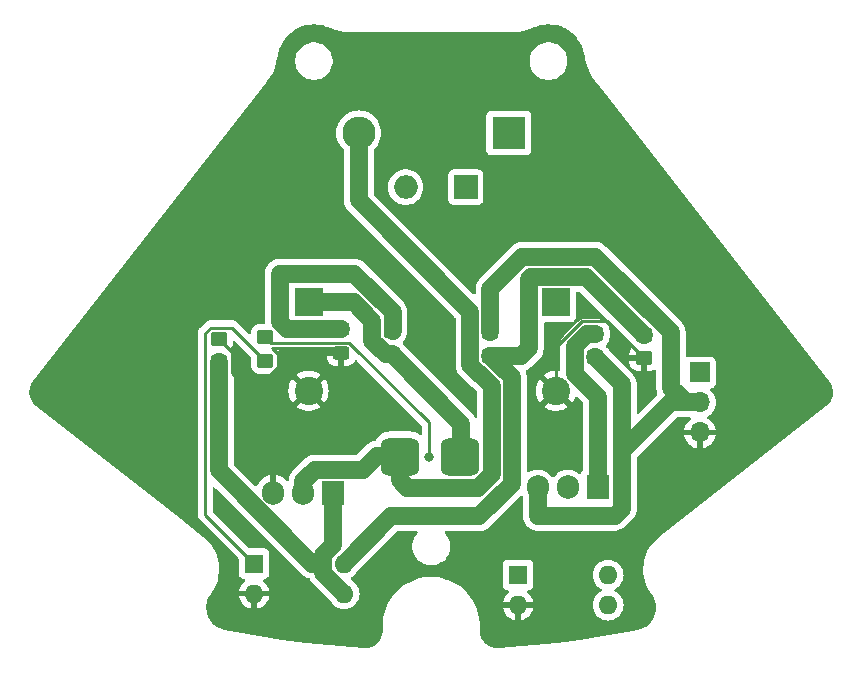
<source format=gbr>
%TF.GenerationSoftware,KiCad,Pcbnew,8.0.0-dirty*%
%TF.CreationDate,2024-03-12T22:31:02-04:00*%
%TF.ProjectId,KickerPCB,4b69636b-6572-4504-9342-2e6b69636164,rev?*%
%TF.SameCoordinates,Original*%
%TF.FileFunction,Copper,L2,Bot*%
%TF.FilePolarity,Positive*%
%FSLAX46Y46*%
G04 Gerber Fmt 4.6, Leading zero omitted, Abs format (unit mm)*
G04 Created by KiCad (PCBNEW 8.0.0-dirty) date 2024-03-12 22:31:02*
%MOMM*%
%LPD*%
G01*
G04 APERTURE LIST*
G04 Aperture macros list*
%AMRoundRect*
0 Rectangle with rounded corners*
0 $1 Rounding radius*
0 $2 $3 $4 $5 $6 $7 $8 $9 X,Y pos of 4 corners*
0 Add a 4 corners polygon primitive as box body*
4,1,4,$2,$3,$4,$5,$6,$7,$8,$9,$2,$3,0*
0 Add four circle primitives for the rounded corners*
1,1,$1+$1,$2,$3*
1,1,$1+$1,$4,$5*
1,1,$1+$1,$6,$7*
1,1,$1+$1,$8,$9*
0 Add four rect primitives between the rounded corners*
20,1,$1+$1,$2,$3,$4,$5,0*
20,1,$1+$1,$4,$5,$6,$7,0*
20,1,$1+$1,$6,$7,$8,$9,0*
20,1,$1+$1,$8,$9,$2,$3,0*%
G04 Aperture macros list end*
%TA.AperFunction,ComponentPad*%
%ADD10R,2.400000X2.400000*%
%TD*%
%TA.AperFunction,ComponentPad*%
%ADD11C,2.400000*%
%TD*%
%TA.AperFunction,ComponentPad*%
%ADD12R,1.600000X1.600000*%
%TD*%
%TA.AperFunction,ComponentPad*%
%ADD13O,1.600000X1.600000*%
%TD*%
%TA.AperFunction,ComponentPad*%
%ADD14R,2.800000X2.800000*%
%TD*%
%TA.AperFunction,ComponentPad*%
%ADD15O,2.800000X2.800000*%
%TD*%
%TA.AperFunction,ComponentPad*%
%ADD16R,1.700000X1.700000*%
%TD*%
%TA.AperFunction,ComponentPad*%
%ADD17O,1.700000X1.700000*%
%TD*%
%TA.AperFunction,ComponentPad*%
%ADD18R,1.905000X2.000000*%
%TD*%
%TA.AperFunction,ComponentPad*%
%ADD19O,1.905000X2.000000*%
%TD*%
%TA.AperFunction,ComponentPad*%
%ADD20R,2.000000X2.000000*%
%TD*%
%TA.AperFunction,ComponentPad*%
%ADD21O,2.000000X2.000000*%
%TD*%
%TA.AperFunction,SMDPad,CuDef*%
%ADD22RoundRect,0.250000X-0.450000X0.350000X-0.450000X-0.350000X0.450000X-0.350000X0.450000X0.350000X0*%
%TD*%
%TA.AperFunction,SMDPad,CuDef*%
%ADD23RoundRect,0.250000X0.450000X-0.325000X0.450000X0.325000X-0.450000X0.325000X-0.450000X-0.325000X0*%
%TD*%
%TA.AperFunction,SMDPad,CuDef*%
%ADD24RoundRect,0.825000X0.825000X0.825000X-0.825000X0.825000X-0.825000X-0.825000X0.825000X-0.825000X0*%
%TD*%
%TA.AperFunction,ViaPad*%
%ADD25C,0.800000*%
%TD*%
%TA.AperFunction,Conductor*%
%ADD26C,0.250000*%
%TD*%
%TA.AperFunction,Conductor*%
%ADD27C,1.500000*%
%TD*%
G04 APERTURE END LIST*
D10*
%TO.P,U14,1*%
%TO.N,Net-(U11-K)*%
X107426407Y-64957108D03*
D11*
%TO.P,U14,2*%
%TO.N,GND*%
X107426407Y-72457108D03*
%TD*%
D12*
%TO.P,U9,1,A*%
%TO.N,Net-(U9-A)*%
X81870000Y-87075000D03*
D13*
%TO.P,U9,2,K*%
%TO.N,GND*%
X81870000Y-89615000D03*
%TO.P,U9,3,R*%
%TO.N,Net-(U10-G)*%
X89490000Y-89615000D03*
%TO.P,U9,4,R*%
%TO.N,12V*%
X89490000Y-87075000D03*
%TD*%
D14*
%TO.P,U11,1,K*%
%TO.N,Net-(U11-K)*%
X103430000Y-50620000D03*
D15*
%TO.P,U11,2,A*%
%TO.N,Net-(U10-S)*%
X90730000Y-50620000D03*
%TD*%
D16*
%TO.P,J1,1,Pin_1*%
%TO.N,Kicker*%
X119610000Y-70900000D03*
D17*
%TO.P,J1,2,Pin_2*%
%TO.N,48V*%
X119610000Y-73440000D03*
%TO.P,J1,3,Pin_3*%
%TO.N,GND*%
X119610000Y-75980000D03*
%TD*%
D18*
%TO.P,U10,1,G*%
%TO.N,Net-(U10-G)*%
X88580000Y-81080000D03*
D19*
%TO.P,U10,2,S*%
%TO.N,Net-(U10-S)*%
X86040000Y-81080000D03*
%TO.P,U10,3,D*%
%TO.N,GND*%
X83500000Y-81080000D03*
%TD*%
D20*
%TO.P,R1,1*%
%TO.N,Net-(U11-K)*%
X99780000Y-55215000D03*
D21*
%TO.P,R1,2*%
%TO.N,Net-(U3-D)*%
X94700000Y-55215000D03*
%TD*%
D18*
%TO.P,U3,1,G*%
%TO.N,Net-(U3-G)*%
X110960000Y-80625000D03*
D19*
%TO.P,U3,2,D*%
%TO.N,Net-(U3-D)*%
X108420000Y-80625000D03*
%TO.P,U3,3,S*%
%TO.N,48V*%
X105880000Y-80625000D03*
%TD*%
D12*
%TO.P,U4,1,A*%
%TO.N,Net-(U4-A)*%
X104220000Y-88055000D03*
D13*
%TO.P,U4,2,K*%
%TO.N,GND*%
X104220000Y-90595000D03*
%TO.P,U4,3,R*%
%TO.N,Net-(U3-G)*%
X111840000Y-90595000D03*
%TO.P,U4,4,R*%
%TO.N,48V*%
X111840000Y-88055000D03*
%TD*%
D10*
%TO.P,U6,1*%
%TO.N,Net-(U11-K)*%
X86476407Y-64944888D03*
D11*
%TO.P,U6,2*%
%TO.N,GND*%
X86476407Y-72444888D03*
%TD*%
D22*
%TO.P,R2,1*%
%TO.N,48V*%
X101880000Y-67490000D03*
%TO.P,R2,2*%
%TO.N,12V*%
X101880000Y-69490000D03*
%TD*%
D23*
%TO.P,D1,1,K*%
%TO.N,GND*%
X89240000Y-69270000D03*
%TO.P,D1,2,A*%
%TO.N,Net-(D1-A)*%
X89240000Y-67220000D03*
%TD*%
D22*
%TO.P,U1,1*%
%TO.N,Net-(U3-G)*%
X110740000Y-67620000D03*
%TO.P,U1,2*%
%TO.N,48V*%
X110740000Y-69620000D03*
%TD*%
%TO.P,R3,1*%
%TO.N,12V*%
X114850000Y-67690000D03*
%TO.P,R3,2*%
%TO.N,GND*%
X114850000Y-69690000D03*
%TD*%
%TO.P,U12,1*%
%TO.N,GND*%
X78880000Y-68030000D03*
%TO.P,U12,2*%
%TO.N,Net-(U10-G)*%
X78880000Y-70030000D03*
%TD*%
%TO.P,U8,1*%
%TO.N,Kicker*%
X82820000Y-67900000D03*
%TO.P,U8,2*%
%TO.N,Net-(U9-A)*%
X82820000Y-69900000D03*
%TD*%
%TO.P,U7,1*%
%TO.N,Net-(D1-A)*%
X93540000Y-67360000D03*
%TO.P,U7,2*%
%TO.N,Net-(U11-K)*%
X93540000Y-69360000D03*
%TD*%
D24*
%TO.P,U13,1,Pin_1*%
%TO.N,Net-(U11-K)*%
X99280000Y-78040000D03*
%TO.P,U13,2,Pin_2*%
%TO.N,Net-(U10-S)*%
X94200000Y-78040000D03*
%TD*%
D25*
%TO.N,Kicker*%
X96700000Y-78020000D03*
%TD*%
D26*
%TO.N,GND*%
X83375050Y-70965050D02*
X82785100Y-71555000D01*
X107426407Y-68713313D02*
X109594720Y-66545000D01*
X79975000Y-69125000D02*
X78880000Y-68030000D01*
X109594720Y-66545000D02*
X111705000Y-66545000D01*
X111705000Y-66545000D02*
X114850000Y-69690000D01*
X80604720Y-71555000D02*
X79975000Y-70925280D01*
X89240000Y-69270000D02*
X88794999Y-68824999D01*
X84996569Y-70965050D02*
X83375050Y-70965050D01*
X79975000Y-70925280D02*
X79975000Y-69125000D01*
X83365099Y-68824999D02*
X83895001Y-69354901D01*
X83895001Y-69354901D02*
X83895001Y-70445099D01*
X82785100Y-71555000D02*
X80604720Y-71555000D01*
X107426407Y-72457108D02*
X107426407Y-68713313D01*
X86476407Y-72444888D02*
X84996569Y-70965050D01*
X83895001Y-70445099D02*
X83375050Y-70965050D01*
X88794999Y-68824999D02*
X83365099Y-68824999D01*
D27*
%TO.N,Net-(D1-A)*%
X93590000Y-65801853D02*
X93590000Y-67360000D01*
X84030000Y-62540000D02*
X90328148Y-62540000D01*
X84643984Y-67220000D02*
X84030000Y-66606016D01*
X84030000Y-66606016D02*
X84030000Y-62540000D01*
X89240000Y-67220000D02*
X84643984Y-67220000D01*
X90328148Y-62540000D02*
X93590000Y-65801853D01*
%TO.N,Net-(U11-K)*%
X86476407Y-64944888D02*
X90328872Y-64944888D01*
X99406407Y-77913593D02*
X99406407Y-75226407D01*
X93036016Y-69360000D02*
X93540000Y-69360000D01*
X91890000Y-66506016D02*
X91890000Y-68213984D01*
X90328872Y-64944888D02*
X91890000Y-66506016D01*
X99406407Y-75226407D02*
X93540000Y-69360000D01*
X99280000Y-78040000D02*
X99406407Y-77913593D01*
X91890000Y-68213984D02*
X93036016Y-69360000D01*
%TO.N,48V*%
X113020000Y-77580000D02*
X113020000Y-71900000D01*
X113020000Y-71900000D02*
X110740000Y-69620000D01*
X113020000Y-82417500D02*
X113020000Y-77580000D01*
X117160000Y-72192081D02*
X118407919Y-73440000D01*
X117160000Y-73440000D02*
X119610000Y-73440000D01*
X113020000Y-77580000D02*
X117160000Y-73440000D01*
X105880000Y-83030000D02*
X112407500Y-83030000D01*
X112407500Y-83030000D02*
X113020000Y-82417500D01*
X105880000Y-80625000D02*
X105880000Y-83030000D01*
X110771092Y-61107108D02*
X117160000Y-67496016D01*
X117160000Y-67496016D02*
X117160000Y-72192081D01*
X104572244Y-61107108D02*
X110771092Y-61107108D01*
X101880000Y-67490000D02*
X101880000Y-63799351D01*
X101880000Y-63799351D02*
X104572244Y-61107108D01*
X118407919Y-73440000D02*
X119610000Y-73440000D01*
%TO.N,12V*%
X105276407Y-62807108D02*
X105140000Y-62943515D01*
X103706407Y-80313593D02*
X100950000Y-83070000D01*
X105140000Y-62943515D02*
X105140000Y-68820000D01*
X93495000Y-83070000D02*
X89490000Y-87075000D01*
X114850000Y-67690000D02*
X109967108Y-62807108D01*
X101880000Y-69490000D02*
X103706407Y-71316407D01*
X104470000Y-69490000D02*
X101880000Y-69490000D01*
X103706407Y-71316407D02*
X103706407Y-80313593D01*
X105140000Y-68820000D02*
X104470000Y-69490000D01*
X109967108Y-62807108D02*
X105276407Y-62807108D01*
X100950000Y-83070000D02*
X93495000Y-83070000D01*
%TO.N,Net-(U3-G)*%
X110040000Y-67620000D02*
X109040000Y-68620000D01*
X110740000Y-67620000D02*
X110040000Y-67620000D01*
X110960000Y-72950141D02*
X110960000Y-80625000D01*
X109040000Y-68620000D02*
X109040000Y-71030141D01*
X109040000Y-71030141D02*
X110960000Y-72950141D01*
D26*
%TO.N,Kicker*%
X96700000Y-78020000D02*
X96700000Y-78000000D01*
X89935100Y-68370000D02*
X96700000Y-75134900D01*
X96700000Y-75134900D02*
X96700000Y-78020000D01*
X82820000Y-67900000D02*
X83290000Y-68370000D01*
X83290000Y-68370000D02*
X89935100Y-68370000D01*
%TO.N,Net-(U9-A)*%
X80025000Y-67105000D02*
X78184900Y-67105000D01*
X78184900Y-67105000D02*
X77730000Y-67559900D01*
X82820000Y-69900000D02*
X80025000Y-67105000D01*
X77730000Y-82935000D02*
X81870000Y-87075000D01*
X77730000Y-67559900D02*
X77730000Y-82935000D01*
D27*
%TO.N,Net-(U10-G)*%
X88580000Y-81080000D02*
X88580000Y-85510126D01*
X86761959Y-87080000D02*
X78880000Y-79198041D01*
X78880000Y-79198041D02*
X78880000Y-70030000D01*
X87740000Y-87865000D02*
X89490000Y-89615000D01*
X87740000Y-87080000D02*
X86761959Y-87080000D01*
X87740000Y-87080000D02*
X87740000Y-87865000D01*
X88580000Y-85510126D02*
X87740000Y-86350126D01*
X87740000Y-86350126D02*
X87740000Y-87080000D01*
%TO.N,Net-(U10-S)*%
X94825519Y-80640000D02*
X100847110Y-80640000D01*
X91070000Y-79130000D02*
X92260000Y-77940000D01*
X92260000Y-77940000D02*
X94100000Y-77940000D01*
X86040000Y-81080000D02*
X86040000Y-80097500D01*
X100847110Y-80640000D02*
X102006407Y-79480703D01*
X100180000Y-70293984D02*
X100180000Y-65770000D01*
X90730000Y-56320000D02*
X90730000Y-50620000D01*
X102006407Y-72020571D02*
X101025836Y-71040000D01*
X94100000Y-77940000D02*
X94200000Y-78040000D01*
X100180000Y-65770000D02*
X90730000Y-56320000D01*
X102006407Y-79480703D02*
X102006407Y-72020571D01*
X101025836Y-71040000D02*
X100926016Y-71040000D01*
X94200000Y-80014481D02*
X94825519Y-80640000D01*
X86040000Y-80097500D02*
X87007500Y-79130000D01*
X100926016Y-71040000D02*
X100180000Y-70293984D01*
X87007500Y-79130000D02*
X91070000Y-79130000D01*
X94200000Y-78040000D02*
X94200000Y-80014481D01*
%TD*%
%TA.AperFunction,Conductor*%
%TO.N,GND*%
G36*
X80285201Y-68250237D02*
G01*
X80291680Y-68256270D01*
X81583181Y-69547771D01*
X81616666Y-69609094D01*
X81619500Y-69635452D01*
X81619500Y-70300001D01*
X81619501Y-70300019D01*
X81630000Y-70402796D01*
X81630001Y-70402799D01*
X81643596Y-70443825D01*
X81685186Y-70569334D01*
X81777288Y-70718656D01*
X81901344Y-70842712D01*
X82050666Y-70934814D01*
X82217203Y-70989999D01*
X82319991Y-71000500D01*
X83320008Y-71000499D01*
X83320016Y-71000498D01*
X83320019Y-71000498D01*
X83376302Y-70994748D01*
X83422797Y-70989999D01*
X83589334Y-70934814D01*
X83738656Y-70842712D01*
X83862712Y-70718656D01*
X83954814Y-70569334D01*
X84009999Y-70402797D01*
X84020500Y-70300009D01*
X84020499Y-69520000D01*
X88040001Y-69520000D01*
X88040001Y-69644986D01*
X88050494Y-69747697D01*
X88105641Y-69914119D01*
X88105643Y-69914124D01*
X88197684Y-70063345D01*
X88321654Y-70187315D01*
X88470875Y-70279356D01*
X88470880Y-70279358D01*
X88637302Y-70334505D01*
X88637309Y-70334506D01*
X88740019Y-70344999D01*
X88989999Y-70344999D01*
X88990000Y-70344998D01*
X88990000Y-69520000D01*
X88040001Y-69520000D01*
X84020499Y-69520000D01*
X84020499Y-69499992D01*
X84019880Y-69493937D01*
X84009999Y-69397203D01*
X84009998Y-69397200D01*
X83977799Y-69300030D01*
X83954814Y-69230666D01*
X83926397Y-69184595D01*
X83907958Y-69117204D01*
X83928881Y-69050541D01*
X83982523Y-69005771D01*
X84031937Y-68995500D01*
X87964138Y-68995500D01*
X88031177Y-69015185D01*
X88037152Y-69020000D01*
X89366000Y-69020000D01*
X89433039Y-69039685D01*
X89478794Y-69092489D01*
X89490000Y-69144000D01*
X89490000Y-70344999D01*
X89739972Y-70344999D01*
X89739986Y-70344998D01*
X89842697Y-70334505D01*
X90009119Y-70279358D01*
X90009124Y-70279356D01*
X90158345Y-70187315D01*
X90282317Y-70063343D01*
X90376062Y-69911357D01*
X90428009Y-69864632D01*
X90496972Y-69853409D01*
X90561054Y-69881252D01*
X90569282Y-69888772D01*
X96038181Y-75357671D01*
X96071666Y-75418994D01*
X96074500Y-75445352D01*
X96074500Y-76093530D01*
X96054815Y-76160569D01*
X96002011Y-76206324D01*
X95932853Y-76216268D01*
X95879376Y-76195105D01*
X95690282Y-76062699D01*
X95480079Y-75964680D01*
X95480076Y-75964679D01*
X95480074Y-75964678D01*
X95256051Y-75904651D01*
X95256044Y-75904650D01*
X95082873Y-75889500D01*
X93317130Y-75889500D01*
X93317126Y-75889501D01*
X93178586Y-75901621D01*
X93143950Y-75904651D01*
X92919925Y-75964678D01*
X92919919Y-75964681D01*
X92709718Y-76062699D01*
X92519730Y-76195730D01*
X92355730Y-76359730D01*
X92222696Y-76549722D01*
X92222695Y-76549723D01*
X92185055Y-76630441D01*
X92138882Y-76682880D01*
X92092073Y-76700508D01*
X91967172Y-76720291D01*
X91779969Y-76781117D01*
X91604594Y-76870476D01*
X91513741Y-76936485D01*
X91445354Y-76986172D01*
X91445352Y-76986174D01*
X91445351Y-76986174D01*
X90588345Y-77843181D01*
X90527022Y-77876666D01*
X90500664Y-77879500D01*
X86909078Y-77879500D01*
X86714673Y-77910290D01*
X86527469Y-77971117D01*
X86352094Y-78060476D01*
X86261242Y-78126484D01*
X86192855Y-78176171D01*
X86192853Y-78176173D01*
X86192852Y-78176173D01*
X85086174Y-79282851D01*
X85086174Y-79282852D01*
X85086172Y-79282854D01*
X85036485Y-79351241D01*
X84970476Y-79442094D01*
X84881117Y-79617469D01*
X84861428Y-79678068D01*
X84820291Y-79804672D01*
X84790820Y-79990739D01*
X84760890Y-80053873D01*
X84701579Y-80090804D01*
X84631716Y-80089806D01*
X84580666Y-80059021D01*
X84446242Y-79924597D01*
X84261276Y-79790211D01*
X84057568Y-79686417D01*
X83840124Y-79615765D01*
X83750000Y-79601490D01*
X83750000Y-80589252D01*
X83712292Y-80567482D01*
X83572409Y-80530000D01*
X83427591Y-80530000D01*
X83287708Y-80567482D01*
X83250000Y-80589252D01*
X83250000Y-79601490D01*
X83249999Y-79601490D01*
X83159875Y-79615765D01*
X82942431Y-79686417D01*
X82738723Y-79790211D01*
X82553757Y-79924597D01*
X82392097Y-80086257D01*
X82257711Y-80271223D01*
X82154254Y-80474269D01*
X82106279Y-80525065D01*
X82038458Y-80541860D01*
X81972323Y-80519322D01*
X81956088Y-80505655D01*
X80166819Y-78716386D01*
X80133334Y-78655063D01*
X80130500Y-78628705D01*
X80130500Y-72444892D01*
X84771640Y-72444892D01*
X84790680Y-72698967D01*
X84847375Y-72947365D01*
X84847380Y-72947382D01*
X84940465Y-73184559D01*
X84940464Y-73184559D01*
X85067861Y-73405215D01*
X85067868Y-73405226D01*
X85109859Y-73457879D01*
X85109860Y-73457880D01*
X85911794Y-72655946D01*
X85917296Y-72676479D01*
X85996288Y-72813296D01*
X86107999Y-72925007D01*
X86244816Y-73003999D01*
X86265347Y-73009500D01*
X85463220Y-73811626D01*
X85624023Y-73921259D01*
X85624031Y-73921264D01*
X85853583Y-74031809D01*
X85853581Y-74031809D01*
X86097059Y-74106912D01*
X86097065Y-74106914D01*
X86349002Y-74144887D01*
X86349011Y-74144888D01*
X86603803Y-74144888D01*
X86603811Y-74144887D01*
X86855748Y-74106914D01*
X86855754Y-74106912D01*
X87099231Y-74031809D01*
X87328783Y-73921264D01*
X87328784Y-73921263D01*
X87489592Y-73811626D01*
X86687467Y-73009500D01*
X86707998Y-73003999D01*
X86844815Y-72925007D01*
X86956526Y-72813296D01*
X87035518Y-72676479D01*
X87041019Y-72655947D01*
X87842952Y-73457880D01*
X87842953Y-73457879D01*
X87884951Y-73405218D01*
X88012348Y-73184559D01*
X88105433Y-72947382D01*
X88105438Y-72947365D01*
X88162133Y-72698967D01*
X88181174Y-72444892D01*
X88181174Y-72444883D01*
X88162133Y-72190808D01*
X88105438Y-71942410D01*
X88105433Y-71942393D01*
X88012348Y-71705216D01*
X88012349Y-71705216D01*
X87884952Y-71484560D01*
X87842952Y-71431894D01*
X87041019Y-72233827D01*
X87035518Y-72213297D01*
X86956526Y-72076480D01*
X86844815Y-71964769D01*
X86707998Y-71885777D01*
X86687466Y-71880275D01*
X87489592Y-71078148D01*
X87328791Y-70968516D01*
X87328783Y-70968511D01*
X87099230Y-70857966D01*
X87099232Y-70857966D01*
X86855754Y-70782863D01*
X86855748Y-70782861D01*
X86603811Y-70744888D01*
X86349002Y-70744888D01*
X86097065Y-70782861D01*
X86097059Y-70782863D01*
X85853582Y-70857966D01*
X85624029Y-70968513D01*
X85624016Y-70968520D01*
X85463220Y-71078147D01*
X86265348Y-71880275D01*
X86244816Y-71885777D01*
X86107999Y-71964769D01*
X85996288Y-72076480D01*
X85917296Y-72213297D01*
X85911794Y-72233829D01*
X85109859Y-71431894D01*
X85067864Y-71484555D01*
X84940465Y-71705216D01*
X84847380Y-71942393D01*
X84847375Y-71942410D01*
X84790680Y-72190808D01*
X84771640Y-72444883D01*
X84771640Y-72444892D01*
X80130500Y-72444892D01*
X80130500Y-69931577D01*
X80099709Y-69737173D01*
X80086568Y-69696730D01*
X80080499Y-69658411D01*
X80080499Y-69629998D01*
X80080498Y-69629981D01*
X80069999Y-69527203D01*
X80069998Y-69527200D01*
X80050242Y-69467581D01*
X80014814Y-69360666D01*
X79922712Y-69211344D01*
X79828695Y-69117327D01*
X79795210Y-69056004D01*
X79800194Y-68986312D01*
X79828695Y-68941964D01*
X79922317Y-68848342D01*
X80014356Y-68699124D01*
X80014358Y-68699119D01*
X80069505Y-68532697D01*
X80069506Y-68532690D01*
X80079999Y-68429986D01*
X80079999Y-68343952D01*
X80099683Y-68276913D01*
X80152486Y-68231157D01*
X80221645Y-68221213D01*
X80285201Y-68250237D01*
G37*
%TD.AperFunction*%
%TA.AperFunction,Conductor*%
G36*
X109464811Y-64077293D02*
G01*
X109485453Y-64093927D01*
X113676724Y-68285198D01*
X113706748Y-68333872D01*
X113715185Y-68359332D01*
X113715186Y-68359334D01*
X113758764Y-68429986D01*
X113807289Y-68508657D01*
X113901304Y-68602672D01*
X113934789Y-68663995D01*
X113929805Y-68733687D01*
X113901305Y-68778034D01*
X113807682Y-68871657D01*
X113715643Y-69020875D01*
X113715641Y-69020880D01*
X113660494Y-69187302D01*
X113660493Y-69187309D01*
X113650000Y-69290013D01*
X113650000Y-69440000D01*
X114976000Y-69440000D01*
X115043039Y-69459685D01*
X115088794Y-69512489D01*
X115100000Y-69564000D01*
X115100000Y-70789999D01*
X115349972Y-70789999D01*
X115349986Y-70789998D01*
X115452697Y-70779505D01*
X115619119Y-70724358D01*
X115619130Y-70724353D01*
X115720403Y-70661887D01*
X115787795Y-70643446D01*
X115854459Y-70664368D01*
X115899228Y-70718010D01*
X115909500Y-70767425D01*
X115909500Y-72290503D01*
X115940291Y-72484908D01*
X115940291Y-72484911D01*
X116001114Y-72672104D01*
X116013649Y-72696706D01*
X116026544Y-72765376D01*
X116000266Y-72830116D01*
X115990844Y-72840680D01*
X114482181Y-74349344D01*
X114420858Y-74382829D01*
X114351166Y-74377845D01*
X114295233Y-74335973D01*
X114270816Y-74270509D01*
X114270500Y-74261663D01*
X114270500Y-71801577D01*
X114239709Y-71607173D01*
X114211393Y-71520027D01*
X114211393Y-71520026D01*
X114178884Y-71419974D01*
X114178882Y-71419971D01*
X114178882Y-71419969D01*
X114131742Y-71327454D01*
X114089524Y-71244595D01*
X113973828Y-71085354D01*
X112828474Y-69940000D01*
X113650001Y-69940000D01*
X113650001Y-70089986D01*
X113660494Y-70192697D01*
X113715641Y-70359119D01*
X113715643Y-70359124D01*
X113807684Y-70508345D01*
X113931654Y-70632315D01*
X114080875Y-70724356D01*
X114080880Y-70724358D01*
X114247302Y-70779505D01*
X114247309Y-70779506D01*
X114350019Y-70789999D01*
X114599999Y-70789999D01*
X114600000Y-70789998D01*
X114600000Y-69940000D01*
X113650001Y-69940000D01*
X112828474Y-69940000D01*
X111913274Y-69024800D01*
X111883248Y-68976119D01*
X111874815Y-68950669D01*
X111874814Y-68950668D01*
X111874814Y-68950666D01*
X111782712Y-68801344D01*
X111689049Y-68707681D01*
X111655564Y-68646358D01*
X111660548Y-68576666D01*
X111689049Y-68532319D01*
X111712712Y-68508656D01*
X111782712Y-68438656D01*
X111874814Y-68289334D01*
X111929999Y-68122797D01*
X111940500Y-68020009D01*
X111940499Y-67991584D01*
X111946567Y-67953267D01*
X111959709Y-67912826D01*
X111980300Y-67782820D01*
X111990500Y-67718422D01*
X111990500Y-67521577D01*
X111959709Y-67327173D01*
X111946568Y-67286730D01*
X111940499Y-67248411D01*
X111940499Y-67219998D01*
X111940498Y-67219981D01*
X111929999Y-67117202D01*
X111929998Y-67117200D01*
X111899111Y-67023990D01*
X111874814Y-66950666D01*
X111782712Y-66801344D01*
X111658656Y-66677288D01*
X111509334Y-66585186D01*
X111509333Y-66585185D01*
X111509332Y-66585185D01*
X111405224Y-66550687D01*
X111387242Y-66544728D01*
X111369960Y-66537511D01*
X111303282Y-66503537D01*
X111220029Y-66461117D01*
X111032826Y-66400290D01*
X110838422Y-66369500D01*
X110838417Y-66369500D01*
X109941583Y-66369500D01*
X109941578Y-66369500D01*
X109752572Y-66399436D01*
X109752553Y-66399439D01*
X109747180Y-66400290D01*
X109747174Y-66400291D01*
X109559972Y-66461117D01*
X109384594Y-66550476D01*
X109293742Y-66616484D01*
X109225355Y-66666171D01*
X109225353Y-66666173D01*
X109225352Y-66666173D01*
X108086174Y-67805351D01*
X108086174Y-67805352D01*
X108086172Y-67805354D01*
X108076265Y-67818990D01*
X107970476Y-67964594D01*
X107881117Y-68139971D01*
X107832586Y-68289334D01*
X107832585Y-68289336D01*
X107820292Y-68327166D01*
X107820291Y-68327172D01*
X107789500Y-68521577D01*
X107789500Y-70648542D01*
X107769815Y-70715581D01*
X107717011Y-70761336D01*
X107647853Y-70771280D01*
X107647019Y-70771157D01*
X107553811Y-70757108D01*
X107299002Y-70757108D01*
X107047065Y-70795081D01*
X107047059Y-70795083D01*
X106803582Y-70870186D01*
X106574029Y-70980733D01*
X106574016Y-70980740D01*
X106413220Y-71090367D01*
X107215347Y-71892495D01*
X107194816Y-71897997D01*
X107057999Y-71976989D01*
X106946288Y-72088700D01*
X106867296Y-72225517D01*
X106861794Y-72246049D01*
X106059859Y-71444114D01*
X106017864Y-71496775D01*
X105890465Y-71717436D01*
X105797380Y-71954613D01*
X105797375Y-71954630D01*
X105740680Y-72203028D01*
X105721640Y-72457103D01*
X105721640Y-72457112D01*
X105740680Y-72711187D01*
X105797375Y-72959585D01*
X105797380Y-72959602D01*
X105890465Y-73196779D01*
X105890464Y-73196779D01*
X106017861Y-73417435D01*
X106017868Y-73417446D01*
X106059859Y-73470099D01*
X106059860Y-73470100D01*
X106861794Y-72668166D01*
X106867296Y-72688699D01*
X106946288Y-72825516D01*
X107057999Y-72937227D01*
X107194816Y-73016219D01*
X107215347Y-73021720D01*
X106413220Y-73823846D01*
X106574023Y-73933479D01*
X106574031Y-73933484D01*
X106803583Y-74044029D01*
X106803581Y-74044029D01*
X107047059Y-74119132D01*
X107047065Y-74119134D01*
X107299002Y-74157107D01*
X107299011Y-74157108D01*
X107553803Y-74157108D01*
X107553811Y-74157107D01*
X107805748Y-74119134D01*
X107805754Y-74119132D01*
X108049231Y-74044029D01*
X108278783Y-73933484D01*
X108278784Y-73933483D01*
X108439592Y-73823846D01*
X107637467Y-73021720D01*
X107657998Y-73016219D01*
X107794815Y-72937227D01*
X107906526Y-72825516D01*
X107985518Y-72688699D01*
X107991019Y-72668167D01*
X108792952Y-73470100D01*
X108792953Y-73470099D01*
X108834951Y-73417438D01*
X108962348Y-73196779D01*
X109027267Y-73031370D01*
X109070083Y-72976156D01*
X109135953Y-72952855D01*
X109203963Y-72968866D01*
X109230376Y-72988991D01*
X109673181Y-73431796D01*
X109706666Y-73493119D01*
X109709500Y-73519477D01*
X109709500Y-79160808D01*
X109689815Y-79227847D01*
X109659815Y-79260072D01*
X109649952Y-79267455D01*
X109563706Y-79382664D01*
X109563703Y-79382670D01*
X109553308Y-79410541D01*
X109511436Y-79466474D01*
X109445972Y-79490891D01*
X109377699Y-79476039D01*
X109364250Y-79467531D01*
X109181538Y-79334783D01*
X109152680Y-79320079D01*
X108977755Y-79230950D01*
X108760248Y-79160278D01*
X108590826Y-79133444D01*
X108534354Y-79124500D01*
X108305646Y-79124500D01*
X108230349Y-79136426D01*
X108079753Y-79160278D01*
X108079750Y-79160278D01*
X107862244Y-79230950D01*
X107658461Y-79334783D01*
X107554190Y-79410541D01*
X107473434Y-79469214D01*
X107473432Y-79469216D01*
X107473431Y-79469216D01*
X107311715Y-79630932D01*
X107250318Y-79715438D01*
X107194987Y-79758103D01*
X107125374Y-79764082D01*
X107063579Y-79731476D01*
X107049682Y-79715438D01*
X107007243Y-79657026D01*
X106988286Y-79630934D01*
X106826566Y-79469214D01*
X106641538Y-79334783D01*
X106612680Y-79320079D01*
X106437755Y-79230950D01*
X106220248Y-79160278D01*
X106050826Y-79133444D01*
X105994354Y-79124500D01*
X105765646Y-79124500D01*
X105690349Y-79136426D01*
X105539753Y-79160278D01*
X105539750Y-79160278D01*
X105322244Y-79230950D01*
X105137202Y-79325234D01*
X105068532Y-79338130D01*
X105003792Y-79311853D01*
X104963535Y-79254747D01*
X104956907Y-79214749D01*
X104956907Y-71217984D01*
X104926116Y-71023580D01*
X104896270Y-70931724D01*
X104865291Y-70836382D01*
X104865289Y-70836379D01*
X104865289Y-70836377D01*
X104861274Y-70828498D01*
X104848378Y-70759829D01*
X104874654Y-70695089D01*
X104931760Y-70654831D01*
X104933346Y-70654303D01*
X104950026Y-70648884D01*
X105125405Y-70559524D01*
X105284646Y-70443828D01*
X106093828Y-69634646D01*
X106209524Y-69475405D01*
X106298884Y-69300026D01*
X106359709Y-69112826D01*
X106369574Y-69050541D01*
X106390500Y-68918422D01*
X106390500Y-66781607D01*
X106410185Y-66714568D01*
X106462989Y-66668813D01*
X106514500Y-66657607D01*
X108674278Y-66657607D01*
X108674279Y-66657607D01*
X108733890Y-66651199D01*
X108868738Y-66600904D01*
X108983953Y-66514654D01*
X109070203Y-66399439D01*
X109120498Y-66264591D01*
X109126907Y-66204981D01*
X109126906Y-64181607D01*
X109146591Y-64114569D01*
X109199394Y-64068814D01*
X109250906Y-64057608D01*
X109397772Y-64057608D01*
X109464811Y-64077293D01*
G37*
%TD.AperFunction*%
%TA.AperFunction,Conductor*%
G36*
X107125561Y-41446766D02*
G01*
X107139617Y-41448303D01*
X107475300Y-41504569D01*
X107489112Y-41507705D01*
X107816168Y-41601895D01*
X107829533Y-41606587D01*
X108143712Y-41737474D01*
X108156443Y-41743653D01*
X108453652Y-41909536D01*
X108465600Y-41917132D01*
X108741925Y-42115825D01*
X108752929Y-42124732D01*
X109004804Y-42353671D01*
X109014712Y-42363770D01*
X109238811Y-42619932D01*
X109247514Y-42631110D01*
X109440928Y-42911168D01*
X109448294Y-42923259D01*
X109474922Y-42973171D01*
X109608493Y-43223550D01*
X109614437Y-43236412D01*
X109739329Y-43553013D01*
X109743767Y-43566469D01*
X109831948Y-43896081D01*
X109834560Y-43908268D01*
X109836160Y-43918129D01*
X109861897Y-44076751D01*
X109861957Y-44077124D01*
X109895753Y-44289523D01*
X109895757Y-44289543D01*
X109995127Y-44708111D01*
X110130091Y-45116596D01*
X110299645Y-45511962D01*
X110299646Y-45511964D01*
X110502540Y-45891295D01*
X110502551Y-45891314D01*
X110737295Y-46251824D01*
X110737299Y-46251829D01*
X110867950Y-46422761D01*
X130569796Y-71639974D01*
X130571194Y-71641798D01*
X130636194Y-71728250D01*
X130645532Y-71742646D01*
X130676143Y-71797864D01*
X130750941Y-71932788D01*
X130759011Y-71950495D01*
X130832978Y-72153696D01*
X130838179Y-72172447D01*
X130879446Y-72384719D01*
X130881649Y-72404053D01*
X130889199Y-72620160D01*
X130888351Y-72639601D01*
X130861996Y-72854242D01*
X130858116Y-72873309D01*
X130798511Y-73081174D01*
X130791696Y-73099402D01*
X130700303Y-73295386D01*
X130690721Y-73312322D01*
X130569793Y-73491595D01*
X130557679Y-73506823D01*
X130409413Y-73665807D01*
X130409412Y-73665808D01*
X130396858Y-73677526D01*
X130312863Y-73745682D01*
X130311074Y-73747106D01*
X116171003Y-84794540D01*
X116029672Y-84907858D01*
X115768826Y-85159121D01*
X115768811Y-85159137D01*
X115535299Y-85436008D01*
X115535286Y-85436026D01*
X115331625Y-85735524D01*
X115331608Y-85735552D01*
X115159970Y-86054476D01*
X115022169Y-86389468D01*
X114919713Y-86736862D01*
X114919711Y-86736870D01*
X114853678Y-87093005D01*
X114853677Y-87093011D01*
X114824779Y-87454067D01*
X114833324Y-87816164D01*
X114833324Y-87816174D01*
X114879219Y-88175444D01*
X114879223Y-88175466D01*
X114961980Y-88528083D01*
X114961985Y-88528100D01*
X115080709Y-88870264D01*
X115080717Y-88870282D01*
X115234157Y-89198381D01*
X115234158Y-89198383D01*
X115420658Y-89508874D01*
X115420659Y-89508875D01*
X115420663Y-89508881D01*
X115527529Y-89654891D01*
X115527766Y-89655217D01*
X115603766Y-89760131D01*
X115612148Y-89773393D01*
X115736118Y-90000149D01*
X115743529Y-90016383D01*
X115760313Y-90061488D01*
X115833273Y-90257564D01*
X115838278Y-90274699D01*
X115892462Y-90526264D01*
X115894955Y-90543940D01*
X115912456Y-90800681D01*
X115912385Y-90818531D01*
X115892841Y-91075125D01*
X115890207Y-91092782D01*
X115834022Y-91343906D01*
X115828881Y-91361000D01*
X115737221Y-91601457D01*
X115729679Y-91617636D01*
X115604440Y-91842444D01*
X115594652Y-91857373D01*
X115438434Y-92061864D01*
X115426605Y-92075232D01*
X115242639Y-92255179D01*
X115229012Y-92266710D01*
X115021126Y-92418370D01*
X115005985Y-92427826D01*
X114778464Y-92548071D01*
X114762122Y-92555254D01*
X114518684Y-92641943D01*
X114503588Y-92646264D01*
X114378045Y-92673730D01*
X114375601Y-92674239D01*
X113403083Y-92866577D01*
X113400701Y-92867024D01*
X111446227Y-93214014D01*
X111443495Y-93214467D01*
X109482012Y-93517688D01*
X109479271Y-93518081D01*
X107511420Y-93777436D01*
X107508670Y-93777767D01*
X105535577Y-93993108D01*
X105532821Y-93993378D01*
X103555178Y-94164626D01*
X103552762Y-94164811D01*
X102563804Y-94231000D01*
X102560990Y-94231156D01*
X102448721Y-94236111D01*
X102430944Y-94235619D01*
X102205768Y-94213154D01*
X102185850Y-94209506D01*
X101968527Y-94151013D01*
X101949468Y-94144171D01*
X101744565Y-94051087D01*
X101726874Y-94041234D01*
X101539855Y-93916042D01*
X101524003Y-93903441D01*
X101359852Y-93749478D01*
X101346263Y-93734465D01*
X101209364Y-93555843D01*
X101198399Y-93538819D01*
X101187231Y-93517904D01*
X101092391Y-93340285D01*
X101084346Y-93321707D01*
X101012066Y-93108569D01*
X101007154Y-93088942D01*
X100970320Y-92865626D01*
X100968695Y-92847965D01*
X100966432Y-92735411D01*
X100966407Y-92732919D01*
X100966407Y-92313580D01*
X100965832Y-92266699D01*
X100963938Y-92112254D01*
X100924476Y-91711596D01*
X100845933Y-91316734D01*
X100729064Y-90931473D01*
X100574997Y-90559522D01*
X100518669Y-90454141D01*
X100385219Y-90204474D01*
X100385218Y-90204472D01*
X100385213Y-90204463D01*
X100161542Y-89869716D01*
X99906137Y-89558504D01*
X99906136Y-89558503D01*
X99906132Y-89558498D01*
X99621462Y-89273829D01*
X99310250Y-89018424D01*
X99310249Y-89018423D01*
X99310245Y-89018420D01*
X99137312Y-88902870D01*
X102919500Y-88902870D01*
X102919501Y-88902876D01*
X102925908Y-88962483D01*
X102976202Y-89097328D01*
X102976206Y-89097335D01*
X103062452Y-89212544D01*
X103062455Y-89212547D01*
X103177664Y-89298793D01*
X103177671Y-89298797D01*
X103312513Y-89349090D01*
X103312514Y-89349090D01*
X103312517Y-89349091D01*
X103348353Y-89352944D01*
X103412901Y-89379679D01*
X103452751Y-89437070D01*
X103455246Y-89506896D01*
X103419595Y-89566985D01*
X103406223Y-89577805D01*
X103381182Y-89595339D01*
X103220342Y-89756179D01*
X103089865Y-89942517D01*
X102993734Y-90148673D01*
X102993730Y-90148682D01*
X102941127Y-90344999D01*
X102941128Y-90345000D01*
X103904314Y-90345000D01*
X103899920Y-90349394D01*
X103847259Y-90440606D01*
X103820000Y-90542339D01*
X103820000Y-90647661D01*
X103847259Y-90749394D01*
X103899920Y-90840606D01*
X103904314Y-90845000D01*
X102941128Y-90845000D01*
X102993730Y-91041317D01*
X102993734Y-91041326D01*
X103089865Y-91247482D01*
X103220342Y-91433820D01*
X103381179Y-91594657D01*
X103567517Y-91725134D01*
X103773673Y-91821265D01*
X103773682Y-91821269D01*
X103969999Y-91873872D01*
X103970000Y-91873871D01*
X103970000Y-90910686D01*
X103974394Y-90915080D01*
X104065606Y-90967741D01*
X104167339Y-90995000D01*
X104272661Y-90995000D01*
X104374394Y-90967741D01*
X104465606Y-90915080D01*
X104470000Y-90910686D01*
X104470000Y-91873872D01*
X104666317Y-91821269D01*
X104666326Y-91821265D01*
X104872482Y-91725134D01*
X105058820Y-91594657D01*
X105219657Y-91433820D01*
X105350134Y-91247482D01*
X105446265Y-91041326D01*
X105446269Y-91041317D01*
X105498872Y-90845000D01*
X104535686Y-90845000D01*
X104540080Y-90840606D01*
X104592741Y-90749394D01*
X104620000Y-90647661D01*
X104620000Y-90595001D01*
X110534532Y-90595001D01*
X110554364Y-90821686D01*
X110554366Y-90821697D01*
X110613258Y-91041488D01*
X110613261Y-91041497D01*
X110709431Y-91247732D01*
X110709432Y-91247734D01*
X110839954Y-91434141D01*
X111000858Y-91595045D01*
X111033112Y-91617629D01*
X111187266Y-91725568D01*
X111393504Y-91821739D01*
X111613308Y-91880635D01*
X111775230Y-91894801D01*
X111839998Y-91900468D01*
X111840000Y-91900468D01*
X111840002Y-91900468D01*
X111896673Y-91895509D01*
X112066692Y-91880635D01*
X112286496Y-91821739D01*
X112492734Y-91725568D01*
X112679139Y-91595047D01*
X112840047Y-91434139D01*
X112970568Y-91247734D01*
X113066739Y-91041496D01*
X113125635Y-90821692D01*
X113145468Y-90595000D01*
X113125635Y-90368308D01*
X113066739Y-90148504D01*
X112970568Y-89942266D01*
X112840047Y-89755861D01*
X112840045Y-89755858D01*
X112679141Y-89594954D01*
X112492734Y-89464432D01*
X112492728Y-89464429D01*
X112434725Y-89437382D01*
X112382285Y-89391210D01*
X112363133Y-89324017D01*
X112383348Y-89257135D01*
X112434725Y-89212618D01*
X112492734Y-89185568D01*
X112679139Y-89055047D01*
X112840047Y-88894139D01*
X112970568Y-88707734D01*
X113066739Y-88501496D01*
X113125635Y-88281692D01*
X113145468Y-88055000D01*
X113143615Y-88033825D01*
X113133909Y-87922883D01*
X113125635Y-87828308D01*
X113066739Y-87608504D01*
X112970568Y-87402266D01*
X112840047Y-87215861D01*
X112840045Y-87215858D01*
X112679141Y-87054954D01*
X112492734Y-86924432D01*
X112492732Y-86924431D01*
X112286497Y-86828261D01*
X112286488Y-86828258D01*
X112066697Y-86769366D01*
X112066693Y-86769365D01*
X112066692Y-86769365D01*
X112066691Y-86769364D01*
X112066686Y-86769364D01*
X111840002Y-86749532D01*
X111839998Y-86749532D01*
X111613313Y-86769364D01*
X111613302Y-86769366D01*
X111393511Y-86828258D01*
X111393502Y-86828261D01*
X111187267Y-86924431D01*
X111187265Y-86924432D01*
X111000858Y-87054954D01*
X110839954Y-87215858D01*
X110709432Y-87402265D01*
X110709431Y-87402267D01*
X110613261Y-87608502D01*
X110613258Y-87608511D01*
X110554366Y-87828302D01*
X110554364Y-87828313D01*
X110534532Y-88054998D01*
X110534532Y-88055001D01*
X110554364Y-88281686D01*
X110554366Y-88281697D01*
X110613258Y-88501488D01*
X110613261Y-88501497D01*
X110709431Y-88707732D01*
X110709432Y-88707734D01*
X110839954Y-88894141D01*
X111000858Y-89055045D01*
X111000861Y-89055047D01*
X111187266Y-89185568D01*
X111245275Y-89212618D01*
X111297714Y-89258791D01*
X111316866Y-89325984D01*
X111296650Y-89392865D01*
X111245275Y-89437382D01*
X111187267Y-89464431D01*
X111187265Y-89464432D01*
X111000858Y-89594954D01*
X110839954Y-89755858D01*
X110709432Y-89942265D01*
X110709431Y-89942267D01*
X110613261Y-90148502D01*
X110613258Y-90148511D01*
X110554366Y-90368302D01*
X110554364Y-90368313D01*
X110534532Y-90594998D01*
X110534532Y-90595001D01*
X104620000Y-90595001D01*
X104620000Y-90542339D01*
X104592741Y-90440606D01*
X104540080Y-90349394D01*
X104535686Y-90345000D01*
X105498872Y-90345000D01*
X105498872Y-90344999D01*
X105446269Y-90148682D01*
X105446265Y-90148673D01*
X105350134Y-89942517D01*
X105219657Y-89756179D01*
X105058820Y-89595342D01*
X105033779Y-89577808D01*
X104990154Y-89523230D01*
X104982962Y-89453732D01*
X105014484Y-89391377D01*
X105074714Y-89355964D01*
X105091650Y-89352943D01*
X105127483Y-89349091D01*
X105262328Y-89298797D01*
X105262327Y-89298797D01*
X105262331Y-89298796D01*
X105377546Y-89212546D01*
X105463796Y-89097331D01*
X105514091Y-88962483D01*
X105520500Y-88902873D01*
X105520499Y-87207128D01*
X105514091Y-87147517D01*
X105509682Y-87135697D01*
X105463797Y-87012671D01*
X105463793Y-87012664D01*
X105377547Y-86897455D01*
X105377544Y-86897452D01*
X105262335Y-86811206D01*
X105262328Y-86811202D01*
X105127482Y-86760908D01*
X105127483Y-86760908D01*
X105067883Y-86754501D01*
X105067881Y-86754500D01*
X105067873Y-86754500D01*
X105067864Y-86754500D01*
X103372129Y-86754500D01*
X103372123Y-86754501D01*
X103312516Y-86760908D01*
X103177671Y-86811202D01*
X103177664Y-86811206D01*
X103062455Y-86897452D01*
X103062452Y-86897455D01*
X102976206Y-87012664D01*
X102976202Y-87012671D01*
X102925908Y-87147517D01*
X102923303Y-87171751D01*
X102919501Y-87207123D01*
X102919500Y-87207135D01*
X102919500Y-88902870D01*
X99137312Y-88902870D01*
X98975498Y-88794749D01*
X98975493Y-88794746D01*
X98975486Y-88794742D01*
X98620446Y-88604969D01*
X98620441Y-88604967D01*
X98603150Y-88597805D01*
X98471395Y-88543230D01*
X98248488Y-88450899D01*
X97901507Y-88345643D01*
X97863226Y-88334031D01*
X97863225Y-88334030D01*
X97863216Y-88334028D01*
X97863205Y-88334025D01*
X97468360Y-88255488D01*
X97199022Y-88228960D01*
X97067706Y-88216027D01*
X97067703Y-88216027D01*
X96665111Y-88216027D01*
X96665108Y-88216027D01*
X96546725Y-88227686D01*
X96264453Y-88255488D01*
X95869608Y-88334025D01*
X95869597Y-88334028D01*
X95484325Y-88450899D01*
X95112372Y-88604967D01*
X95112367Y-88604969D01*
X94757327Y-88794742D01*
X94757309Y-88794753D01*
X94422577Y-89018414D01*
X94422563Y-89018424D01*
X94111351Y-89273829D01*
X93826681Y-89558498D01*
X93571276Y-89869710D01*
X93571266Y-89869724D01*
X93347605Y-90204456D01*
X93347594Y-90204474D01*
X93157820Y-90559514D01*
X93157818Y-90559519D01*
X93003750Y-90931471D01*
X92886880Y-91316737D01*
X92886879Y-91316742D01*
X92808339Y-91711589D01*
X92808336Y-91711606D01*
X92772522Y-92075232D01*
X92768876Y-92112254D01*
X92767047Y-92261426D01*
X92766407Y-92313580D01*
X92766407Y-92732953D01*
X92766382Y-92735423D01*
X92764140Y-92847937D01*
X92762512Y-92865648D01*
X92725683Y-93088928D01*
X92720767Y-93108572D01*
X92648486Y-93321706D01*
X92640437Y-93340289D01*
X92534432Y-93538808D01*
X92523468Y-93555832D01*
X92386564Y-93734453D01*
X92372973Y-93749466D01*
X92208820Y-93903422D01*
X92192967Y-93916023D01*
X92005950Y-94041203D01*
X91988259Y-94051055D01*
X91783347Y-94144134D01*
X91764287Y-94150976D01*
X91546970Y-94209458D01*
X91527050Y-94213106D01*
X91301838Y-94235562D01*
X91284129Y-94236056D01*
X91171839Y-94231156D01*
X91168965Y-94230997D01*
X90180055Y-94164812D01*
X90177638Y-94164627D01*
X88199991Y-93993381D01*
X88197235Y-93993111D01*
X86224143Y-93777771D01*
X86221393Y-93777440D01*
X84253540Y-93518086D01*
X84250799Y-93517693D01*
X82289317Y-93214473D01*
X82286585Y-93214020D01*
X80332120Y-92867032D01*
X80329737Y-92866585D01*
X79357212Y-92674239D01*
X79354756Y-92673727D01*
X79229225Y-92646249D01*
X79214143Y-92641932D01*
X78970689Y-92555239D01*
X78954347Y-92548055D01*
X78726836Y-92427817D01*
X78711695Y-92418362D01*
X78503800Y-92266699D01*
X78490180Y-92255174D01*
X78306209Y-92075222D01*
X78294386Y-92061861D01*
X78138165Y-91857367D01*
X78128377Y-91842438D01*
X78063027Y-91725134D01*
X78003137Y-91617629D01*
X77995596Y-91601452D01*
X77931818Y-91434141D01*
X77903933Y-91360990D01*
X77898794Y-91343901D01*
X77877279Y-91247734D01*
X77842609Y-91092774D01*
X77839978Y-91075134D01*
X77820431Y-90818521D01*
X77820361Y-90800688D01*
X77837864Y-90543929D01*
X77840356Y-90526264D01*
X77894540Y-90274697D01*
X77899544Y-90257567D01*
X77919300Y-90204474D01*
X77989293Y-90016375D01*
X77996702Y-90000149D01*
X78120681Y-89773378D01*
X78129031Y-89760163D01*
X78205180Y-89655035D01*
X78312142Y-89508875D01*
X78498647Y-89198376D01*
X78652087Y-88870276D01*
X78770821Y-88528083D01*
X78853579Y-88175457D01*
X78899476Y-87816170D01*
X78908021Y-87454065D01*
X78879123Y-87093012D01*
X78813091Y-86736876D01*
X78788730Y-86654277D01*
X78728733Y-86450846D01*
X78710630Y-86389463D01*
X78572838Y-86054490D01*
X78572830Y-86054476D01*
X78411559Y-85754815D01*
X78401186Y-85735540D01*
X78197512Y-85436022D01*
X77963994Y-85159142D01*
X77703129Y-84907859D01*
X77561828Y-84794555D01*
X77561800Y-84794533D01*
X75260565Y-82996611D01*
X77104500Y-82996611D01*
X77128535Y-83117444D01*
X77128540Y-83117461D01*
X77175685Y-83231280D01*
X77175690Y-83231289D01*
X77209914Y-83282507D01*
X77209915Y-83282509D01*
X77244141Y-83333733D01*
X77335586Y-83425178D01*
X77335608Y-83425198D01*
X80533181Y-86622771D01*
X80566666Y-86684094D01*
X80569500Y-86710452D01*
X80569500Y-87922870D01*
X80569501Y-87922876D01*
X80575908Y-87982483D01*
X80626202Y-88117328D01*
X80626206Y-88117335D01*
X80712452Y-88232544D01*
X80712455Y-88232547D01*
X80827664Y-88318793D01*
X80827671Y-88318797D01*
X80962513Y-88369090D01*
X80962514Y-88369090D01*
X80962517Y-88369091D01*
X80998353Y-88372944D01*
X81062901Y-88399679D01*
X81102751Y-88457070D01*
X81105246Y-88526896D01*
X81069595Y-88586985D01*
X81056223Y-88597805D01*
X81031182Y-88615339D01*
X80870342Y-88776179D01*
X80739865Y-88962517D01*
X80643734Y-89168673D01*
X80643730Y-89168682D01*
X80591127Y-89364999D01*
X80591128Y-89365000D01*
X81554314Y-89365000D01*
X81549920Y-89369394D01*
X81497259Y-89460606D01*
X81470000Y-89562339D01*
X81470000Y-89667661D01*
X81497259Y-89769394D01*
X81549920Y-89860606D01*
X81554314Y-89865000D01*
X80591128Y-89865000D01*
X80643730Y-90061317D01*
X80643734Y-90061326D01*
X80739865Y-90267482D01*
X80870342Y-90453820D01*
X81031179Y-90614657D01*
X81217517Y-90745134D01*
X81423673Y-90841265D01*
X81423682Y-90841269D01*
X81619999Y-90893872D01*
X81620000Y-90893871D01*
X81620000Y-89930686D01*
X81624394Y-89935080D01*
X81715606Y-89987741D01*
X81817339Y-90015000D01*
X81922661Y-90015000D01*
X82024394Y-89987741D01*
X82115606Y-89935080D01*
X82120000Y-89930686D01*
X82120000Y-90893872D01*
X82316317Y-90841269D01*
X82316326Y-90841265D01*
X82522482Y-90745134D01*
X82708820Y-90614657D01*
X82869657Y-90453820D01*
X83000134Y-90267482D01*
X83096265Y-90061326D01*
X83096269Y-90061317D01*
X83148872Y-89865000D01*
X82185686Y-89865000D01*
X82190080Y-89860606D01*
X82242741Y-89769394D01*
X82270000Y-89667661D01*
X82270000Y-89562339D01*
X82242741Y-89460606D01*
X82190080Y-89369394D01*
X82185686Y-89365000D01*
X83148872Y-89365000D01*
X83148872Y-89364999D01*
X83096269Y-89168682D01*
X83096265Y-89168673D01*
X83000134Y-88962517D01*
X82869657Y-88776179D01*
X82708820Y-88615342D01*
X82683779Y-88597808D01*
X82640154Y-88543230D01*
X82632962Y-88473732D01*
X82664484Y-88411377D01*
X82724714Y-88375964D01*
X82741650Y-88372943D01*
X82777483Y-88369091D01*
X82912328Y-88318797D01*
X82912327Y-88318797D01*
X82912331Y-88318796D01*
X83027546Y-88232546D01*
X83113796Y-88117331D01*
X83164091Y-87982483D01*
X83170500Y-87922873D01*
X83170499Y-86227128D01*
X83164091Y-86167517D01*
X83121929Y-86054476D01*
X83113797Y-86032671D01*
X83113793Y-86032664D01*
X83027547Y-85917455D01*
X83027544Y-85917452D01*
X82912335Y-85831206D01*
X82912328Y-85831202D01*
X82777482Y-85780908D01*
X82777483Y-85780908D01*
X82717883Y-85774501D01*
X82717881Y-85774500D01*
X82717873Y-85774500D01*
X82717865Y-85774500D01*
X81505452Y-85774500D01*
X81438413Y-85754815D01*
X81417771Y-85738181D01*
X78391819Y-82712229D01*
X78358334Y-82650906D01*
X78355500Y-82624548D01*
X78355500Y-80741377D01*
X78375185Y-80674338D01*
X78427989Y-80628583D01*
X78497147Y-80618639D01*
X78560703Y-80647664D01*
X78567181Y-80653696D01*
X85808130Y-87894645D01*
X85808131Y-87894646D01*
X85947313Y-88033828D01*
X86106554Y-88149524D01*
X86281934Y-88238884D01*
X86281938Y-88238886D01*
X86366182Y-88266258D01*
X86408305Y-88279944D01*
X86408306Y-88279945D01*
X86422944Y-88284701D01*
X86469132Y-88299709D01*
X86503425Y-88305140D01*
X86566559Y-88335068D01*
X86594512Y-88371318D01*
X86638205Y-88457070D01*
X86670476Y-88520405D01*
X86786172Y-88679646D01*
X86786174Y-88679648D01*
X88331015Y-90224490D01*
X88355713Y-90259760D01*
X88359432Y-90267734D01*
X88489954Y-90454141D01*
X88650858Y-90615045D01*
X88650861Y-90615047D01*
X88837266Y-90745568D01*
X89043504Y-90841739D01*
X89263308Y-90900635D01*
X89425230Y-90914801D01*
X89489998Y-90920468D01*
X89490000Y-90920468D01*
X89490002Y-90920468D01*
X89551585Y-90915080D01*
X89716692Y-90900635D01*
X89936496Y-90841739D01*
X90142734Y-90745568D01*
X90329139Y-90615047D01*
X90490047Y-90454139D01*
X90620568Y-90267734D01*
X90716739Y-90061496D01*
X90775635Y-89841692D01*
X90795468Y-89615000D01*
X90775635Y-89388308D01*
X90724745Y-89198383D01*
X90716741Y-89168511D01*
X90716738Y-89168502D01*
X90683549Y-89097328D01*
X90620568Y-88962266D01*
X90503270Y-88794746D01*
X90490045Y-88775858D01*
X90329141Y-88614954D01*
X90142734Y-88484432D01*
X90134760Y-88480713D01*
X90099490Y-88456015D01*
X90067662Y-88424187D01*
X90034177Y-88362864D01*
X90039161Y-88293172D01*
X90081033Y-88237239D01*
X90102930Y-88224128D01*
X90142734Y-88205568D01*
X90329139Y-88075047D01*
X90490047Y-87914139D01*
X90620568Y-87727734D01*
X90624285Y-87719762D01*
X90648982Y-87684490D01*
X93976655Y-84356819D01*
X94037978Y-84323334D01*
X94064336Y-84320500D01*
X95600843Y-84320500D01*
X95667882Y-84340185D01*
X95713637Y-84392989D01*
X95723581Y-84462147D01*
X95694556Y-84525703D01*
X95688524Y-84532181D01*
X95647874Y-84572830D01*
X95647870Y-84572835D01*
X95500075Y-84776259D01*
X95385915Y-85000308D01*
X95308208Y-85239462D01*
X95268873Y-85487818D01*
X95268873Y-85739287D01*
X95308208Y-85987643D01*
X95385915Y-86226797D01*
X95464422Y-86380875D01*
X95468802Y-86389471D01*
X95500075Y-86450846D01*
X95647870Y-86654270D01*
X95647874Y-86654275D01*
X95825684Y-86832085D01*
X95825689Y-86832089D01*
X96003127Y-86961004D01*
X96029117Y-86979887D01*
X96171881Y-87052629D01*
X96253162Y-87094044D01*
X96253164Y-87094044D01*
X96253167Y-87094046D01*
X96381356Y-87135697D01*
X96492316Y-87171751D01*
X96740673Y-87211087D01*
X96992136Y-87211087D01*
X96992141Y-87211087D01*
X97240497Y-87171751D01*
X97479647Y-87094046D01*
X97703697Y-86979887D01*
X97907131Y-86832084D01*
X98084938Y-86654277D01*
X98232741Y-86450843D01*
X98346900Y-86226793D01*
X98424605Y-85987643D01*
X98463941Y-85739282D01*
X98466407Y-85613553D01*
X98463941Y-85487824D01*
X98424605Y-85239463D01*
X98346900Y-85000313D01*
X98346898Y-85000310D01*
X98346898Y-85000308D01*
X98299789Y-84907853D01*
X98232741Y-84776263D01*
X98153113Y-84666664D01*
X98084943Y-84572835D01*
X98084939Y-84572830D01*
X98044290Y-84532181D01*
X98010805Y-84470858D01*
X98015789Y-84401166D01*
X98057661Y-84345233D01*
X98123125Y-84320816D01*
X98131971Y-84320500D01*
X101048422Y-84320500D01*
X101242826Y-84289709D01*
X101271168Y-84280500D01*
X101430026Y-84228884D01*
X101605405Y-84139524D01*
X101764646Y-84023828D01*
X104417819Y-81370653D01*
X104479142Y-81337169D01*
X104548834Y-81342153D01*
X104604767Y-81384025D01*
X104629184Y-81449489D01*
X104629500Y-81458335D01*
X104629500Y-83128422D01*
X104660290Y-83322826D01*
X104721117Y-83510029D01*
X104810476Y-83685405D01*
X104926172Y-83844646D01*
X105065354Y-83983828D01*
X105224595Y-84099524D01*
X105303098Y-84139523D01*
X105399970Y-84188882D01*
X105399972Y-84188882D01*
X105399975Y-84188884D01*
X105500317Y-84221487D01*
X105587173Y-84249709D01*
X105781578Y-84280500D01*
X105781583Y-84280500D01*
X112505922Y-84280500D01*
X112700326Y-84249709D01*
X112887526Y-84188884D01*
X113062905Y-84099524D01*
X113222146Y-83983828D01*
X113973828Y-83232146D01*
X114089524Y-83072905D01*
X114178884Y-82897526D01*
X114239709Y-82710326D01*
X114251051Y-82638714D01*
X114266022Y-82544191D01*
X114270500Y-82515921D01*
X114270500Y-78149336D01*
X114290185Y-78082297D01*
X114306819Y-78061655D01*
X117641655Y-74726819D01*
X117702978Y-74693334D01*
X117729336Y-74690500D01*
X118309502Y-74690500D01*
X118704666Y-74690500D01*
X118771705Y-74710185D01*
X118817460Y-74762989D01*
X118827404Y-74832147D01*
X118798379Y-74895703D01*
X118775790Y-74916075D01*
X118738921Y-74941890D01*
X118571891Y-75108920D01*
X118571886Y-75108926D01*
X118436400Y-75302420D01*
X118436399Y-75302422D01*
X118336570Y-75516507D01*
X118336567Y-75516513D01*
X118279364Y-75729999D01*
X118279364Y-75730000D01*
X119176988Y-75730000D01*
X119144075Y-75787007D01*
X119110000Y-75914174D01*
X119110000Y-76045826D01*
X119144075Y-76172993D01*
X119176988Y-76230000D01*
X118279364Y-76230000D01*
X118336567Y-76443486D01*
X118336570Y-76443492D01*
X118436399Y-76657578D01*
X118571894Y-76851082D01*
X118738917Y-77018105D01*
X118932421Y-77153600D01*
X119146507Y-77253429D01*
X119146516Y-77253433D01*
X119360000Y-77310634D01*
X119360000Y-76413012D01*
X119417007Y-76445925D01*
X119544174Y-76480000D01*
X119675826Y-76480000D01*
X119802993Y-76445925D01*
X119860000Y-76413012D01*
X119860000Y-77310633D01*
X120073483Y-77253433D01*
X120073492Y-77253429D01*
X120287578Y-77153600D01*
X120481082Y-77018105D01*
X120648105Y-76851082D01*
X120783600Y-76657578D01*
X120883429Y-76443492D01*
X120883432Y-76443486D01*
X120940636Y-76230000D01*
X120043012Y-76230000D01*
X120075925Y-76172993D01*
X120110000Y-76045826D01*
X120110000Y-75914174D01*
X120075925Y-75787007D01*
X120043012Y-75730000D01*
X120940636Y-75730000D01*
X120940635Y-75729999D01*
X120883432Y-75516513D01*
X120883429Y-75516507D01*
X120783600Y-75302422D01*
X120783599Y-75302420D01*
X120648113Y-75108926D01*
X120648108Y-75108920D01*
X120481078Y-74941890D01*
X120295405Y-74811879D01*
X120251780Y-74757302D01*
X120244588Y-74687804D01*
X120276110Y-74625449D01*
X120295406Y-74608730D01*
X120481401Y-74478495D01*
X120648495Y-74311401D01*
X120784035Y-74117830D01*
X120883903Y-73903663D01*
X120945063Y-73675408D01*
X120965659Y-73440000D01*
X120945063Y-73204592D01*
X120883903Y-72976337D01*
X120784035Y-72762171D01*
X120739779Y-72698967D01*
X120648496Y-72568600D01*
X120603775Y-72523879D01*
X120526567Y-72446671D01*
X120493084Y-72385351D01*
X120498068Y-72315659D01*
X120539939Y-72259725D01*
X120570915Y-72242810D01*
X120702331Y-72193796D01*
X120817546Y-72107546D01*
X120903796Y-71992331D01*
X120954091Y-71857483D01*
X120960500Y-71797873D01*
X120960499Y-70002128D01*
X120954091Y-69942517D01*
X120953152Y-69940000D01*
X120903797Y-69807671D01*
X120903793Y-69807664D01*
X120817547Y-69692455D01*
X120817544Y-69692452D01*
X120702335Y-69606206D01*
X120702328Y-69606202D01*
X120567482Y-69555908D01*
X120567483Y-69555908D01*
X120507883Y-69549501D01*
X120507881Y-69549500D01*
X120507873Y-69549500D01*
X120507864Y-69549500D01*
X118712129Y-69549500D01*
X118712123Y-69549501D01*
X118652514Y-69555909D01*
X118577832Y-69583763D01*
X118508140Y-69588747D01*
X118446817Y-69555261D01*
X118413333Y-69493937D01*
X118410500Y-69467581D01*
X118410500Y-67397594D01*
X118393055Y-67287452D01*
X118382370Y-67219992D01*
X118379709Y-67203189D01*
X118351770Y-67117203D01*
X118318884Y-67015991D01*
X118318882Y-67015988D01*
X118318882Y-67015986D01*
X118271743Y-66923471D01*
X118229524Y-66840611D01*
X118113828Y-66681370D01*
X117974646Y-66542188D01*
X111585738Y-60153280D01*
X111426497Y-60037584D01*
X111251122Y-59948225D01*
X111063918Y-59887398D01*
X110869514Y-59856608D01*
X110869509Y-59856608D01*
X104473827Y-59856608D01*
X104473822Y-59856608D01*
X104279417Y-59887398D01*
X104092213Y-59948225D01*
X103916838Y-60037584D01*
X103825985Y-60103593D01*
X103757598Y-60153280D01*
X103757596Y-60153282D01*
X103757595Y-60153282D01*
X100926174Y-62984702D01*
X100926174Y-62984703D01*
X100926172Y-62984705D01*
X100876485Y-63053092D01*
X100810476Y-63143945D01*
X100721115Y-63319324D01*
X100721114Y-63319327D01*
X100664418Y-63493824D01*
X100664416Y-63493829D01*
X100660294Y-63506510D01*
X100660289Y-63506533D01*
X100629500Y-63700928D01*
X100629500Y-64151664D01*
X100609815Y-64218703D01*
X100557011Y-64264458D01*
X100487853Y-64274402D01*
X100424297Y-64245377D01*
X100417819Y-64239345D01*
X92016819Y-55838345D01*
X91983334Y-55777022D01*
X91980500Y-55750664D01*
X91980500Y-55215005D01*
X93194357Y-55215005D01*
X93214890Y-55462812D01*
X93214892Y-55462824D01*
X93275936Y-55703881D01*
X93375826Y-55931606D01*
X93511833Y-56139782D01*
X93511836Y-56139785D01*
X93680256Y-56322738D01*
X93876491Y-56475474D01*
X94095190Y-56593828D01*
X94330386Y-56674571D01*
X94575665Y-56715500D01*
X94824335Y-56715500D01*
X95069614Y-56674571D01*
X95304810Y-56593828D01*
X95523509Y-56475474D01*
X95719744Y-56322738D01*
X95774856Y-56262870D01*
X98279500Y-56262870D01*
X98279501Y-56262876D01*
X98285908Y-56322483D01*
X98336202Y-56457328D01*
X98336206Y-56457335D01*
X98422452Y-56572544D01*
X98422455Y-56572547D01*
X98537664Y-56658793D01*
X98537671Y-56658797D01*
X98672517Y-56709091D01*
X98672516Y-56709091D01*
X98679444Y-56709835D01*
X98732127Y-56715500D01*
X100827872Y-56715499D01*
X100887483Y-56709091D01*
X101022331Y-56658796D01*
X101137546Y-56572546D01*
X101223796Y-56457331D01*
X101274091Y-56322483D01*
X101280500Y-56262873D01*
X101280499Y-54167128D01*
X101274091Y-54107517D01*
X101223796Y-53972669D01*
X101223795Y-53972668D01*
X101223793Y-53972664D01*
X101137547Y-53857455D01*
X101137544Y-53857452D01*
X101022335Y-53771206D01*
X101022328Y-53771202D01*
X100887482Y-53720908D01*
X100887483Y-53720908D01*
X100827883Y-53714501D01*
X100827881Y-53714500D01*
X100827873Y-53714500D01*
X100827864Y-53714500D01*
X98732129Y-53714500D01*
X98732123Y-53714501D01*
X98672516Y-53720908D01*
X98537671Y-53771202D01*
X98537664Y-53771206D01*
X98422455Y-53857452D01*
X98422452Y-53857455D01*
X98336206Y-53972664D01*
X98336202Y-53972671D01*
X98285908Y-54107517D01*
X98279501Y-54167116D01*
X98279501Y-54167123D01*
X98279500Y-54167135D01*
X98279500Y-56262870D01*
X95774856Y-56262870D01*
X95888164Y-56139785D01*
X96024173Y-55931607D01*
X96124063Y-55703881D01*
X96185108Y-55462821D01*
X96205643Y-55215000D01*
X96185108Y-54967179D01*
X96124063Y-54726119D01*
X96024173Y-54498393D01*
X95888166Y-54290217D01*
X95866557Y-54266744D01*
X95719744Y-54107262D01*
X95523509Y-53954526D01*
X95523507Y-53954525D01*
X95523506Y-53954524D01*
X95304811Y-53836172D01*
X95304802Y-53836169D01*
X95069616Y-53755429D01*
X94824335Y-53714500D01*
X94575665Y-53714500D01*
X94330383Y-53755429D01*
X94095197Y-53836169D01*
X94095188Y-53836172D01*
X93876493Y-53954524D01*
X93680257Y-54107261D01*
X93511833Y-54290217D01*
X93375826Y-54498393D01*
X93275936Y-54726118D01*
X93214892Y-54967175D01*
X93214890Y-54967187D01*
X93194357Y-55214994D01*
X93194357Y-55215005D01*
X91980500Y-55215005D01*
X91980500Y-52108575D01*
X91992452Y-52067870D01*
X101529500Y-52067870D01*
X101529501Y-52067876D01*
X101535908Y-52127483D01*
X101586202Y-52262328D01*
X101586206Y-52262335D01*
X101672452Y-52377544D01*
X101672455Y-52377547D01*
X101787664Y-52463793D01*
X101787671Y-52463797D01*
X101922517Y-52514091D01*
X101922516Y-52514091D01*
X101929444Y-52514835D01*
X101982127Y-52520500D01*
X104877872Y-52520499D01*
X104937483Y-52514091D01*
X105072331Y-52463796D01*
X105187546Y-52377546D01*
X105273796Y-52262331D01*
X105324091Y-52127483D01*
X105330500Y-52067873D01*
X105330499Y-49172128D01*
X105324091Y-49112517D01*
X105273796Y-48977669D01*
X105273795Y-48977668D01*
X105273793Y-48977664D01*
X105187547Y-48862455D01*
X105187544Y-48862452D01*
X105072335Y-48776206D01*
X105072328Y-48776202D01*
X104937482Y-48725908D01*
X104937483Y-48725908D01*
X104877883Y-48719501D01*
X104877881Y-48719500D01*
X104877873Y-48719500D01*
X104877864Y-48719500D01*
X101982129Y-48719500D01*
X101982123Y-48719501D01*
X101922516Y-48725908D01*
X101787671Y-48776202D01*
X101787664Y-48776206D01*
X101672455Y-48862452D01*
X101672452Y-48862455D01*
X101586206Y-48977664D01*
X101586202Y-48977671D01*
X101535908Y-49112517D01*
X101529501Y-49172116D01*
X101529501Y-49172123D01*
X101529500Y-49172135D01*
X101529500Y-52067870D01*
X91992452Y-52067870D01*
X92000185Y-52041536D01*
X92016814Y-52020898D01*
X92169971Y-51867742D01*
X92332887Y-51650113D01*
X92463172Y-51411513D01*
X92558175Y-51156801D01*
X92615961Y-50891160D01*
X92635355Y-50620000D01*
X92615961Y-50348840D01*
X92558175Y-50083199D01*
X92463172Y-49828487D01*
X92463170Y-49828484D01*
X92463169Y-49828480D01*
X92332890Y-49589892D01*
X92332889Y-49589891D01*
X92332887Y-49589887D01*
X92169971Y-49372258D01*
X92169966Y-49372253D01*
X92169961Y-49372247D01*
X91977752Y-49180038D01*
X91977746Y-49180033D01*
X91977742Y-49180029D01*
X91760113Y-49017113D01*
X91760108Y-49017110D01*
X91760107Y-49017109D01*
X91521518Y-48886830D01*
X91521519Y-48886830D01*
X91471920Y-48868330D01*
X91266801Y-48791825D01*
X91266794Y-48791823D01*
X91266793Y-48791823D01*
X91001167Y-48734040D01*
X91001160Y-48734039D01*
X90730001Y-48714645D01*
X90729999Y-48714645D01*
X90458839Y-48734039D01*
X90458832Y-48734040D01*
X90193206Y-48791823D01*
X90193202Y-48791824D01*
X90193199Y-48791825D01*
X90065843Y-48839326D01*
X89938480Y-48886830D01*
X89699892Y-49017109D01*
X89699891Y-49017110D01*
X89482259Y-49180028D01*
X89482247Y-49180038D01*
X89290038Y-49372247D01*
X89290028Y-49372259D01*
X89127110Y-49589891D01*
X89127109Y-49589892D01*
X88996830Y-49828480D01*
X88949326Y-49955843D01*
X88901825Y-50083199D01*
X88901824Y-50083202D01*
X88901823Y-50083206D01*
X88844040Y-50348832D01*
X88844039Y-50348839D01*
X88824645Y-50619998D01*
X88824645Y-50620001D01*
X88844039Y-50891160D01*
X88844040Y-50891167D01*
X88901823Y-51156793D01*
X88901825Y-51156801D01*
X88978330Y-51361920D01*
X88996830Y-51411519D01*
X89127109Y-51650107D01*
X89127110Y-51650108D01*
X89127113Y-51650113D01*
X89290029Y-51867742D01*
X89443182Y-52020895D01*
X89476666Y-52082217D01*
X89479500Y-52108575D01*
X89479500Y-56418422D01*
X89510290Y-56612826D01*
X89571117Y-56800030D01*
X89660476Y-56975405D01*
X89776172Y-57134646D01*
X89776174Y-57134648D01*
X98893181Y-66251655D01*
X98926666Y-66312978D01*
X98929500Y-66339336D01*
X98929500Y-70392406D01*
X98960290Y-70586810D01*
X99021117Y-70774014D01*
X99070120Y-70870186D01*
X99110476Y-70949389D01*
X99226172Y-71108630D01*
X100111370Y-71993828D01*
X100225130Y-72076480D01*
X100270612Y-72109525D01*
X100367847Y-72159068D01*
X100399234Y-72181872D01*
X100719588Y-72502226D01*
X100753073Y-72563549D01*
X100755907Y-72589907D01*
X100755907Y-74603988D01*
X100736222Y-74671027D01*
X100683418Y-74716782D01*
X100614260Y-74726726D01*
X100550704Y-74697701D01*
X100521422Y-74660283D01*
X100475930Y-74571001D01*
X100468683Y-74561026D01*
X100360235Y-74411761D01*
X100221053Y-74272579D01*
X94713274Y-68764800D01*
X94683248Y-68716119D01*
X94674815Y-68690669D01*
X94674814Y-68690668D01*
X94674814Y-68690666D01*
X94582712Y-68541344D01*
X94489049Y-68447681D01*
X94455564Y-68386358D01*
X94460548Y-68316666D01*
X94489049Y-68272319D01*
X94533074Y-68228294D01*
X94582712Y-68178656D01*
X94674814Y-68029334D01*
X94713499Y-67912589D01*
X94720720Y-67895300D01*
X94748881Y-67840031D01*
X94748881Y-67840030D01*
X94748884Y-67840025D01*
X94809709Y-67652826D01*
X94816609Y-67609261D01*
X94840500Y-67458422D01*
X94840500Y-65703430D01*
X94822586Y-65590336D01*
X94809709Y-65509027D01*
X94809708Y-65509023D01*
X94809708Y-65509022D01*
X94750391Y-65326465D01*
X94749329Y-65322700D01*
X94659523Y-65146447D01*
X94543828Y-64987207D01*
X91142794Y-61586172D01*
X90983553Y-61470476D01*
X90808178Y-61381117D01*
X90620975Y-61320290D01*
X90426570Y-61289500D01*
X90426565Y-61289500D01*
X84128417Y-61289500D01*
X83931583Y-61289500D01*
X83931578Y-61289500D01*
X83737173Y-61320290D01*
X83549970Y-61381117D01*
X83374594Y-61470476D01*
X83283741Y-61536485D01*
X83215354Y-61586172D01*
X83215352Y-61586174D01*
X83215351Y-61586174D01*
X83076174Y-61725351D01*
X83076174Y-61725352D01*
X83076172Y-61725354D01*
X83026485Y-61793741D01*
X82960476Y-61884594D01*
X82871117Y-62059970D01*
X82810290Y-62247173D01*
X82779500Y-62441577D01*
X82779500Y-66675500D01*
X82759815Y-66742539D01*
X82707011Y-66788294D01*
X82655500Y-66799500D01*
X82319999Y-66799500D01*
X82319980Y-66799501D01*
X82217203Y-66810000D01*
X82217200Y-66810001D01*
X82050668Y-66865185D01*
X82050663Y-66865187D01*
X81901342Y-66957289D01*
X81777289Y-67081342D01*
X81685187Y-67230663D01*
X81685186Y-67230666D01*
X81630001Y-67397203D01*
X81630001Y-67397204D01*
X81630000Y-67397204D01*
X81619500Y-67499983D01*
X81619500Y-67515548D01*
X81599815Y-67582587D01*
X81547011Y-67628342D01*
X81477853Y-67638286D01*
X81414297Y-67609261D01*
X81407819Y-67603229D01*
X80515198Y-66710608D01*
X80515178Y-66710586D01*
X80423736Y-66619144D01*
X80423732Y-66619141D01*
X80358667Y-66575666D01*
X80339846Y-66563090D01*
X80321285Y-66550687D01*
X80281039Y-66534017D01*
X80240792Y-66517347D01*
X80234286Y-66514652D01*
X80207453Y-66503537D01*
X80197427Y-66501543D01*
X80147029Y-66491518D01*
X80086610Y-66479500D01*
X80086607Y-66479500D01*
X80086606Y-66479500D01*
X78246507Y-66479500D01*
X78123293Y-66479500D01*
X78123289Y-66479500D01*
X78062871Y-66491518D01*
X78002448Y-66503537D01*
X78002446Y-66503537D01*
X78002445Y-66503538D01*
X78002443Y-66503538D01*
X77963909Y-66519499D01*
X77963910Y-66519500D01*
X77888613Y-66550688D01*
X77888614Y-66550689D01*
X77786168Y-66619140D01*
X77754110Y-66651199D01*
X77699042Y-66706267D01*
X77699039Y-66706270D01*
X77331270Y-67074039D01*
X77331267Y-67074042D01*
X77288109Y-67117200D01*
X77244140Y-67161168D01*
X77216066Y-67203186D01*
X77216064Y-67203189D01*
X77197706Y-67230663D01*
X77175688Y-67263613D01*
X77152058Y-67320660D01*
X77152059Y-67320661D01*
X77128536Y-67377449D01*
X77128535Y-67377455D01*
X77104500Y-67498289D01*
X77104500Y-82996611D01*
X75260565Y-82996611D01*
X63421731Y-73747100D01*
X63419959Y-73745690D01*
X63335958Y-73677508D01*
X63323424Y-73665807D01*
X63175156Y-73506808D01*
X63163043Y-73491580D01*
X63042120Y-73312304D01*
X63032539Y-73295368D01*
X62941157Y-73099396D01*
X62934342Y-73081171D01*
X62920062Y-73031370D01*
X62874734Y-72873291D01*
X62870859Y-72854242D01*
X62844505Y-72639592D01*
X62843658Y-72620172D01*
X62851208Y-72404052D01*
X62853408Y-72384741D01*
X62894678Y-72172437D01*
X62899871Y-72153716D01*
X62973837Y-71950504D01*
X62981900Y-71932810D01*
X63087315Y-71742647D01*
X63096631Y-71728281D01*
X63096654Y-71728250D01*
X63161668Y-71641732D01*
X63163017Y-71639974D01*
X82864888Y-46422730D01*
X82995490Y-46251804D01*
X83230230Y-45891295D01*
X83433129Y-45511951D01*
X83602688Y-45116579D01*
X83737653Y-44708101D01*
X83749760Y-44657103D01*
X85339863Y-44657103D01*
X85379198Y-44905459D01*
X85456905Y-45144613D01*
X85571065Y-45368662D01*
X85718860Y-45572086D01*
X85718864Y-45572091D01*
X85896674Y-45749901D01*
X85896679Y-45749905D01*
X86074117Y-45878820D01*
X86100107Y-45897703D01*
X86242871Y-45970445D01*
X86324152Y-46011860D01*
X86324154Y-46011860D01*
X86324157Y-46011862D01*
X86452346Y-46053513D01*
X86563306Y-46089567D01*
X86811663Y-46128903D01*
X87063126Y-46128903D01*
X87063131Y-46128903D01*
X87311487Y-46089567D01*
X87550637Y-46011862D01*
X87774687Y-45897703D01*
X87978121Y-45749900D01*
X88155928Y-45572093D01*
X88303731Y-45368659D01*
X88417890Y-45144609D01*
X88495595Y-44905459D01*
X88534930Y-44657103D01*
X105197883Y-44657103D01*
X105237218Y-44905459D01*
X105314925Y-45144613D01*
X105429085Y-45368662D01*
X105576880Y-45572086D01*
X105576884Y-45572091D01*
X105754694Y-45749901D01*
X105754699Y-45749905D01*
X105932137Y-45878820D01*
X105958127Y-45897703D01*
X106100891Y-45970445D01*
X106182172Y-46011860D01*
X106182174Y-46011860D01*
X106182177Y-46011862D01*
X106310366Y-46053513D01*
X106421326Y-46089567D01*
X106669683Y-46128903D01*
X106921146Y-46128903D01*
X106921151Y-46128903D01*
X107169507Y-46089567D01*
X107408657Y-46011862D01*
X107632707Y-45897703D01*
X107836141Y-45749900D01*
X108013948Y-45572093D01*
X108161751Y-45368659D01*
X108275910Y-45144609D01*
X108353615Y-44905459D01*
X108392951Y-44657098D01*
X108395417Y-44531369D01*
X108392951Y-44405640D01*
X108353615Y-44157279D01*
X108275910Y-43918129D01*
X108275908Y-43918126D01*
X108275908Y-43918124D01*
X108234493Y-43836843D01*
X108161751Y-43694079D01*
X108069038Y-43566470D01*
X108013953Y-43490651D01*
X108013949Y-43490646D01*
X107836139Y-43312836D01*
X107836134Y-43312832D01*
X107632710Y-43165037D01*
X107632709Y-43165036D01*
X107632707Y-43165035D01*
X107562739Y-43129384D01*
X107408661Y-43050877D01*
X107169507Y-42973170D01*
X106921151Y-42933835D01*
X106921146Y-42933835D01*
X106669688Y-42933835D01*
X106669683Y-42933835D01*
X106421326Y-42973170D01*
X106182172Y-43050877D01*
X105958123Y-43165037D01*
X105754699Y-43312832D01*
X105754694Y-43312836D01*
X105576884Y-43490646D01*
X105576880Y-43490651D01*
X105429085Y-43694075D01*
X105314925Y-43918124D01*
X105237218Y-44157278D01*
X105197883Y-44405634D01*
X105197883Y-44657103D01*
X88534930Y-44657103D01*
X88534931Y-44657098D01*
X88537397Y-44531369D01*
X88534931Y-44405640D01*
X88495595Y-44157279D01*
X88417890Y-43918129D01*
X88417888Y-43918126D01*
X88417888Y-43918124D01*
X88376473Y-43836843D01*
X88303731Y-43694079D01*
X88211018Y-43566470D01*
X88155933Y-43490651D01*
X88155929Y-43490646D01*
X87978119Y-43312836D01*
X87978114Y-43312832D01*
X87774690Y-43165037D01*
X87774689Y-43165036D01*
X87774687Y-43165035D01*
X87704719Y-43129384D01*
X87550641Y-43050877D01*
X87311487Y-42973170D01*
X87063131Y-42933835D01*
X87063126Y-42933835D01*
X86811668Y-42933835D01*
X86811663Y-42933835D01*
X86563306Y-42973170D01*
X86324152Y-43050877D01*
X86100103Y-43165037D01*
X85896679Y-43312832D01*
X85896674Y-43312836D01*
X85718864Y-43490646D01*
X85718860Y-43490651D01*
X85571065Y-43694075D01*
X85456905Y-43918124D01*
X85379198Y-44157278D01*
X85339863Y-44405634D01*
X85339863Y-44657103D01*
X83749760Y-44657103D01*
X83837024Y-44289539D01*
X83870860Y-44077105D01*
X83898254Y-43908261D01*
X83900865Y-43896081D01*
X83989046Y-43566470D01*
X83989047Y-43566469D01*
X83989047Y-43566464D01*
X83993484Y-43553014D01*
X84118383Y-43236398D01*
X84124312Y-43223567D01*
X84284521Y-42923258D01*
X84291881Y-42911178D01*
X84485301Y-42631111D01*
X84494002Y-42619937D01*
X84718101Y-42363775D01*
X84728016Y-42353671D01*
X84779915Y-42306497D01*
X84979880Y-42124742D01*
X84990877Y-42115838D01*
X85267221Y-41917135D01*
X85279163Y-41909543D01*
X85576375Y-41743658D01*
X85589093Y-41737486D01*
X85903284Y-41606593D01*
X85916638Y-41601906D01*
X86243715Y-41507711D01*
X86257498Y-41504582D01*
X86593180Y-41448317D01*
X86607262Y-41446778D01*
X86947169Y-41429176D01*
X86961305Y-41429252D01*
X87301005Y-41450544D01*
X87315064Y-41452236D01*
X87650094Y-41512137D01*
X87663869Y-41515421D01*
X87990658Y-41613387D01*
X87990725Y-41613407D01*
X88002456Y-41617577D01*
X88160234Y-41682748D01*
X88160639Y-41682915D01*
X88347717Y-41761040D01*
X88545035Y-41827412D01*
X88732200Y-41890370D01*
X88830625Y-41914807D01*
X89125899Y-41988120D01*
X89526224Y-42053647D01*
X89930542Y-42086520D01*
X90133368Y-42088536D01*
X103599423Y-42088536D01*
X103599446Y-42088536D01*
X103772223Y-42086804D01*
X103802276Y-42086503D01*
X103895757Y-42078902D01*
X104206589Y-42053632D01*
X104606914Y-41988109D01*
X105000613Y-41890365D01*
X105385099Y-41761044D01*
X105572268Y-41682877D01*
X105730355Y-41617559D01*
X105742084Y-41613389D01*
X106068934Y-41515406D01*
X106082716Y-41512121D01*
X106107410Y-41507706D01*
X106417746Y-41452221D01*
X106431803Y-41450529D01*
X106771503Y-41429239D01*
X106785640Y-41429163D01*
X107125561Y-41446766D01*
G37*
%TD.AperFunction*%
%TD*%
M02*

</source>
